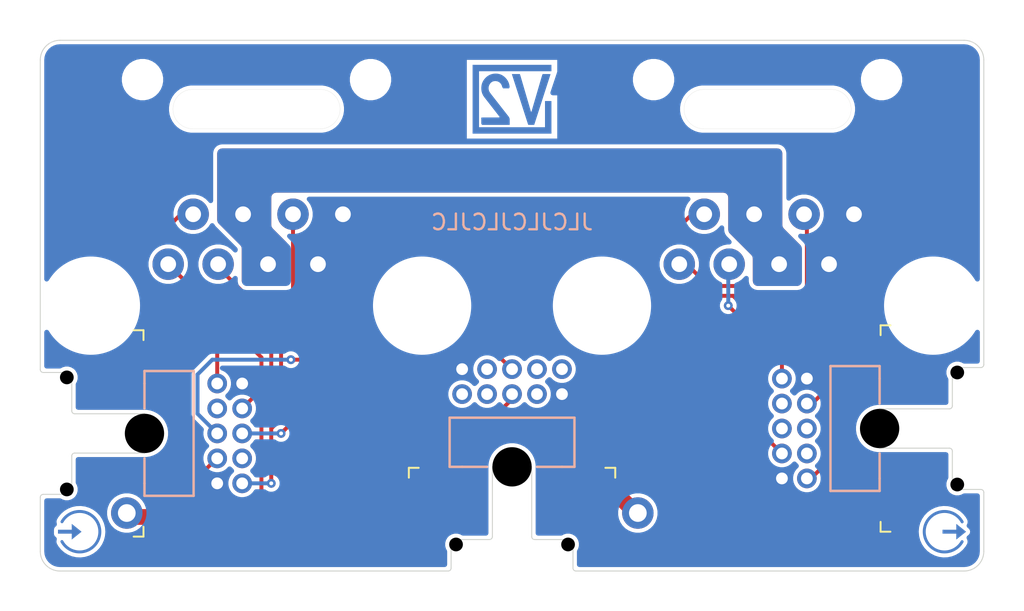
<source format=kicad_pcb>
(kicad_pcb (version 20241229) (generator "pcbnew") (generator_version "9.0")
  (title_block (date "2023-07-17") (rev "1"))
  (layers (0 "F.Cu" signal "Front") (2 "B.Cu" signal "Back") (13 "F.Paste" user) (5 "F.SilkS" user "F.Silkscreen") (7 "B.SilkS" user "B.Silkscreen") (1 "F.Mask" user) (3 "B.Mask" user) (25 "Edge.Cuts" user))
  (property "Order-Number" "JLCJLCJLCJLC")
  (net 0 "")
  (net 1 "GND")
  (net 2 "+24V")
  (net 3 "/Plug-RX-A")
  (net 4 "/Plug-TX-Z")
  (net 5 "/Plug-RX-B")
  (net 6 "/Plug-TX-Y")
  (net 7 "Earth")
  (net 8 "/Socket-RX-A")
  (net 9 "/Socket-RX-B")
  (net 10 "/Socket-TX-Z")
  (net 11 "/Socket-TX-Y")
  (net 12 "/USB+")
  (net 13 "/USB-")
  (footprint "V2_Connector_EtherCon:NE8FAV" (layer "F.Cu") (at 154 103.5)
    (property "Reference" "J102" (hide yes))
    (property "Value" "NE8FAV" (hide yes))
    (fp_line (start -3.25 -11) (end 3.25 -11) (stroke (width 0.01)) (layer "Edge.Cuts"))
    (fp_line (start 3.25 -9) (end -3.25 -9) (stroke (width 0.01)) (layer "Edge.Cuts"))
    (fp_arc (start -4.25 -10) (mid -3.957107 -10.707107) (end -3.25 -11) (stroke (width 0.01)) (layer "Edge.Cuts"))
    (fp_arc (start -3.25 -9) (mid -3.957107 -9.292894) (end -4.25 -10.000002) (stroke (width 0.01)) (layer "Edge.Cuts"))
    (fp_arc (start 3.25 -11) (mid 3.957107 -10.707107) (end 4.25 -10) (stroke (width 0.01)) (layer "Edge.Cuts"))
    (fp_arc (start 4.25 -10) (mid 3.957107 -9.292893) (end 3.25 -9) (stroke (width 0.01)) (layer "Edge.Cuts"))
    (pad "" np_thru_hole circle (at -8.425 0) (size 2 2) (drill 2) (layers "*.Cu" "*.Mask"))
    (pad "" np_thru_hole circle (at -5.8 -11.5) (size 1.7 1.7) (drill 1.7) (layers "*.Cu" "*.Mask"))
    (pad "" np_thru_hole circle (at 5.8 -11.5) (size 1.7 1.7) (drill 1.7) (layers "*.Cu" "*.Mask"))
    (pad "" np_thru_hole circle (at 8.425 0) (size 2 2) (drill 2) (layers "*.Cu" "*.Mask"))
    (pad "1" thru_hole circle (at -4.493288 -2.11 180) (size 1.6 1.6) (drill 0.8) (layers "*.Cu" "*.Mask") (net 8 "/Socket-RX-A"))
    (pad "2" thru_hole circle (at -3.223288 -4.65 180) (size 1.6 1.6) (drill 0.8) (layers "*.Cu" "*.Mask") (net 9 "/Socket-RX-B"))
    (pad "3" thru_hole circle (at -1.953288 -2.11 180) (size 1.6 1.6) (drill 0.8) (layers "*.Cu" "*.Mask") (net 11 "/Socket-TX-Y"))
    (pad "4" thru_hole circle (at -0.683288 -4.65 180) (size 1.6 1.6) (drill 0.8) (layers "*.Cu" "*.Mask") (net 2 "+24V"))
    (pad "5" thru_hole circle (at 0.586712 -2.11 180) (size 1.6 1.6) (drill 0.8) (layers "*.Cu" "*.Mask") (net 2 "+24V"))
    (pad "6" thru_hole circle (at 1.856712 -4.65 180) (size 1.6 1.6) (drill 0.8) (layers "*.Cu" "*.Mask") (net 10 "/Socket-TX-Z"))
    (pad "7" thru_hole circle (at 3.126712 -2.11 180) (size 1.6 1.6) (drill 0.8) (layers "*.Cu" "*.Mask") (net 1 "GND"))
    (pad "8" thru_hole circle (at 4.396712 -4.65 180) (size 1.6 1.6) (drill 0.8) (layers "*.Cu" "*.Mask") (net 1 "GND"))
    (pad "S" thru_hole circle (at -6.6 10.55 180) (size 1.6 1.6) (drill 0.9) (layers "*.Cu" "*.Mask") (net 7 "Earth"))
    (zone (net 0) (net_name "") (layers "F.Cu" "B.Cu") (connect_pads (clearance 0)) (min_thickness 0.25)
      (keepout (tracks allowed) (vias allowed) (pads allowed) (copperpour not_allowed) (footprints allowed))
      (fill (thermal_gap 0.5) (thermal_bridge_width 0.5))
      (polygon (pts (arc (start 143.075 103.5) (mid 148.075 103.5) (end 143.075 103.5))))
    )
    (zone (net 0) (net_name "") (layers "F.Cu" "B.Cu") (connect_pads (clearance 0)) (min_thickness 0.25)
      (keepout (tracks allowed) (vias allowed) (pads allowed) (copperpour not_allowed) (footprints allowed))
      (fill (thermal_gap 0.5) (thermal_bridge_width 0.5))
      (polygon (pts (arc (start 159.925 103.5) (mid 164.925 103.5) (end 159.925 103.5))))
    )
  )
  (footprint "V2_PCB_Devices:PCB_Plug_Horizontal" (layer "F.Cu") (at 126 110 90)
    (property "Reference" "PLUG101" (hide yes))
    (property "Value" "PCB_Plug_Horizontal" (hide yes))
    (fp_line (start 5.25 -3.75) (end 5.25 -4.25) (stroke (width 0.1)) (layer "F.SilkS"))
    (fp_line (start 5.25 -3.75) (end 4.75 -3.75) (stroke (width 0.1)) (layer "F.SilkS"))
    (fp_line (start -4.75 -3.75) (end -5.25 -3.75) (stroke (width 0.1)) (layer "F.SilkS"))
    (fp_line (start -5.25 -3.75) (end -5.25 -4.25) (stroke (width 0.1)) (layer "F.SilkS"))
    (fp_line (start -3.1 -8.85) (end -3.1 -7.4) (stroke (width 0.05)) (layer "Edge.Cuts"))
    (fp_line (start 3.1 -7.4) (end 3.1 -8.85) (stroke (width 0.05)) (layer "Edge.Cuts"))
    (fp_line (start 1.15 -7.4) (end 3.1 -7.4) (stroke (width 0.05)) (layer "Edge.Cuts"))
    (fp_line (start -3.1 -7.4) (end -1.15 -7.4) (stroke (width 0.05)) (layer "Edge.Cuts"))
    (fp_line (start -1 -7.25) (end -1 -3.7) (stroke (width 0.05)) (layer "Edge.Cuts"))
    (fp_line (start 1 -3.7) (end 1 -7.25) (stroke (width 0.05)) (layer "Edge.Cuts"))
    (fp_line (start -1 -3.7) (end 1 -3.7) (stroke (width 0.05)) (layer "Edge.Cuts"))
    (fp_arc (start -3.25 -9) (mid -3.143934 -8.956066) (end -3.1 -8.85) (stroke (width 0.05)) (layer "Edge.Cuts"))
    (fp_arc (start 3.1 -8.85) (mid 3.143934 -8.956066) (end 3.25 -9) (stroke (width 0.05)) (layer "Edge.Cuts"))
    (fp_arc (start -1.15 -7.4) (mid -1.043934 -7.356066) (end -1 -7.25) (stroke (width 0.05)) (layer "Edge.Cuts"))
    (fp_arc (start 1 -7.25) (mid 1.043934 -7.356066) (end 1.15 -7.4) (stroke (width 0.05)) (layer "Edge.Cuts"))
    (pad "" np_thru_hole circle (at -2.85 -7.65 90) (size 0.7 0.7) (drill 0.7) (layers "*.Mask"))
    (pad "" np_thru_hole circle (at 0 -3.7 90) (size 2 2) (drill 2) (layers "*.Mask"))
    (pad "" np_thru_hole circle (at 2.85 -7.65 90) (size 0.7 0.7) (drill 0.7) (layers "*.Mask"))
  )
  (footprint "V2_PCB_Devices:PCB_Plug_Horizontal" (layer "F.Cu") (at 141 108 180)
    (property "Reference" "PLUG102" (hide yes))
    (property "Value" "PCB_Plug_Horizontal" (hide yes))
    (fp_line (start 5.25 -3.75) (end 5.25 -4.25) (stroke (width 0.1)) (layer "F.SilkS"))
    (fp_line (start 5.25 -3.75) (end 4.75 -3.75) (stroke (width 0.1)) (layer "F.SilkS"))
    (fp_line (start -4.75 -3.75) (end -5.25 -3.75) (stroke (width 0.1)) (layer "F.SilkS"))
    (fp_line (start -5.25 -3.75) (end -5.25 -4.25) (stroke (width 0.1)) (layer "F.SilkS"))
    (fp_line (start 3.1 -7.4) (end 3.1 -8.85) (stroke (width 0.05)) (layer "Edge.Cuts"))
    (fp_line (start 1.15 -7.4) (end 3.1 -7.4) (stroke (width 0.05)) (layer "Edge.Cuts"))
    (fp_line (start 1 -3.7) (end 1 -7.25) (stroke (width 0.05)) (layer "Edge.Cuts"))
    (fp_line (start -1 -3.7) (end 1 -3.7) (stroke (width 0.05)) (layer "Edge.Cuts"))
    (fp_line (start -1 -7.25) (end -1 -3.7) (stroke (width 0.05)) (layer "Edge.Cuts"))
    (fp_line (start -3.1 -7.4) (end -1.15 -7.4) (stroke (width 0.05)) (layer "Edge.Cuts"))
    (fp_line (start -3.1 -8.85) (end -3.1 -7.4) (stroke (width 0.05)) (layer "Edge.Cuts"))
    (fp_arc (start 3.1 -8.85) (mid 3.143934 -8.956066) (end 3.25 -9) (stroke (width 0.05)) (layer "Edge.Cuts"))
    (fp_arc (start 1 -7.25) (mid 1.043934 -7.356066) (end 1.15 -7.4) (stroke (width 0.05)) (layer "Edge.Cuts"))
    (fp_arc (start -1.15 -7.4) (mid -1.043934 -7.356066) (end -1 -7.25) (stroke (width 0.05)) (layer "Edge.Cuts"))
    (fp_arc (start -3.25 -9) (mid -3.143934 -8.956066) (end -3.1 -8.85) (stroke (width 0.05)) (layer "Edge.Cuts"))
    (pad "" np_thru_hole circle (at -2.85 -7.65 180) (size 0.7 0.7) (drill 0.7) (layers "*.Mask"))
    (pad "" np_thru_hole circle (at 0 -3.7 180) (size 2 2) (drill 2) (layers "*.Mask"))
    (pad "" np_thru_hole circle (at 2.85 -7.65 180) (size 0.7 0.7) (drill 0.7) (layers "*.Mask"))
  )
  (footprint "V2_Connector_EtherCon:NE8FAV" (layer "F.Cu") (at 128 103.5)
    (property "Reference" "J101" (hide yes))
    (property "Value" "NE8FAV" (hide yes))
    (fp_line (start -3.25 -11) (end 3.25 -11) (stroke (width 0.01)) (layer "Edge.Cuts"))
    (fp_line (start 3.25 -9) (end -3.25 -9) (stroke (width 0.01)) (layer "Edge.Cuts"))
    (fp_arc (start -4.25 -10) (mid -3.957107 -10.707107) (end -3.25 -11) (stroke (width 0.01)) (layer "Edge.Cuts"))
    (fp_arc (start -3.25 -9) (mid -3.957107 -9.292894) (end -4.25 -10.000002) (stroke (width 0.01)) (layer "Edge.Cuts"))
    (fp_arc (start 3.25 -11) (mid 3.957107 -10.707107) (end 4.25 -10) (stroke (width 0.01)) (layer "Edge.Cuts"))
    (fp_arc (start 4.25 -10) (mid 3.957107 -9.292893) (end 3.25 -9) (stroke (width 0.01)) (layer "Edge.Cuts"))
    (pad "" np_thru_hole circle (at -8.425 0) (size 2 2) (drill 2) (layers "*.Cu" "*.Mask"))
    (pad "" np_thru_hole circle (at -5.8 -11.5) (size 1.7 1.7) (drill 1.7) (layers "*.Cu" "*.Mask"))
    (pad "" np_thru_hole circle (at 5.8 -11.5) (size 1.7 1.7) (drill 1.7) (layers "*.Cu" "*.Mask"))
    (pad "" np_thru_hole circle (at 8.425 0) (size 2 2) (drill 2) (layers "*.Cu" "*.Mask"))
    (pad "1" thru_hole circle (at -4.493288 -2.11 180) (size 1.6 1.6) (drill 0.8) (layers "*.Cu" "*.Mask") (net 6 "/Plug-TX-Y"))
    (pad "2" thru_hole circle (at -3.223288 -4.65 180) (size 1.6 1.6) (drill 0.8) (layers "*.Cu" "*.Mask") (net 4 "/Plug-TX-Z"))
    (pad "3" thru_hole circle (at -1.953288 -2.11 180) (size 1.6 1.6) (drill 0.8) (layers "*.Cu" "*.Mask") (net 3 "/Plug-RX-A"))
    (pad "4" thru_hole circle (at -0.683288 -4.65 180) (size 1.6 1.6) (drill 0.8) (layers "*.Cu" "*.Mask") (net 2 "+24V"))
    (pad "5" thru_hole circle (at 0.586712 -2.11 180) (size 1.6 1.6) (drill 0.8) (layers "*.Cu" "*.Mask") (net 2 "+24V"))
    (pad "6" thru_hole circle (at 1.856712 -4.65 180) (size 1.6 1.6) (drill 0.8) (layers "*.Cu" "*.Mask") (net 5 "/Plug-RX-B"))
    (pad "7" thru_hole circle (at 3.126712 -2.11 180) (size 1.6 1.6) (drill 0.8) (layers "*.Cu" "*.Mask") (net 1 "GND"))
    (pad "8" thru_hole circle (at 4.396712 -4.65 180) (size 1.6 1.6) (drill 0.8) (layers "*.Cu" "*.Mask") (net 1 "GND"))
    (pad "S" thru_hole circle (at -6.6 10.55 180) (size 1.6 1.6) (drill 0.9) (layers "*.Cu" "*.Mask") (net 7 "Earth"))
    (zone (net 0) (net_name "") (layers "F.Cu" "B.Cu") (connect_pads (clearance 0)) (min_thickness 0.25)
      (keepout (tracks allowed) (vias allowed) (pads allowed) (copperpour not_allowed) (footprints allowed))
      (fill (thermal_gap 0.5) (thermal_bridge_width 0.5))
      (polygon (pts (arc (start 117.075 103.5) (mid 122.075 103.5) (end 117.075 103.5))))
    )
    (zone (net 0) (net_name "") (layers "F.Cu" "B.Cu") (connect_pads (clearance 0)) (min_thickness 0.25)
      (keepout (tracks allowed) (vias allowed) (pads allowed) (copperpour not_allowed) (footprints allowed))
      (fill (thermal_gap 0.5) (thermal_bridge_width 0.5))
      (polygon (pts (arc (start 133.925 103.5) (mid 138.925 103.5) (end 133.925 103.5))))
    )
  )
  (footprint "V2_PCB_Devices:PCB_Plug_Horizontal" (layer "F.Cu") (at 156 109.75 -90)
    (property "Reference" "PLUG103" (hide yes))
    (property "Value" "PCB_Plug_Horizontal" (hide yes))
    (fp_line (start -5.25 -3.75) (end -5.25 -4.25) (stroke (width 0.1)) (layer "F.SilkS"))
    (fp_line (start -4.75 -3.75) (end -5.25 -3.75) (stroke (width 0.1)) (layer "F.SilkS"))
    (fp_line (start 5.25 -3.75) (end 4.75 -3.75) (stroke (width 0.1)) (layer "F.SilkS"))
    (fp_line (start 5.25 -3.75) (end 5.25 -4.25) (stroke (width 0.1)) (layer "F.SilkS"))
    (fp_line (start -1 -3.7) (end 1 -3.7) (stroke (width 0.05)) (layer "Edge.Cuts"))
    (fp_line (start 1 -3.7) (end 1 -7.25) (stroke (width 0.05)) (layer "Edge.Cuts"))
    (fp_line (start -1 -7.25) (end -1 -3.7) (stroke (width 0.05)) (layer "Edge.Cuts"))
    (fp_line (start -3.1 -7.4) (end -1.15 -7.4) (stroke (width 0.05)) (layer "Edge.Cuts"))
    (fp_line (start 1.15 -7.4) (end 3.1 -7.4) (stroke (width 0.05)) (layer "Edge.Cuts"))
    (fp_line (start 3.1 -7.4) (end 3.1 -8.85) (stroke (width 0.05)) (layer "Edge.Cuts"))
    (fp_line (start -3.1 -8.85) (end -3.1 -7.4) (stroke (width 0.05)) (layer "Edge.Cuts"))
    (fp_arc (start 1 -7.25) (mid 1.043934 -7.356066) (end 1.15 -7.4) (stroke (width 0.05)) (layer "Edge.Cuts"))
    (fp_arc (start -1.15 -7.4) (mid -1.043934 -7.356066) (end -1 -7.25) (stroke (width 0.05)) (layer "Edge.Cuts"))
    (fp_arc (start 3.1 -8.85) (mid 3.143934 -8.956066) (end 3.25 -9) (stroke (width 0.05)) (layer "Edge.Cuts"))
    (fp_arc (start -3.25 -9) (mid -3.143934 -8.956066) (end -3.1 -8.85) (stroke (width 0.05)) (layer "Edge.Cuts"))
    (pad "" np_thru_hole circle (at -2.85 -7.65 270) (size 0.7 0.7) (drill 0.7) (layers "*.Mask"))
    (pad "" np_thru_hole circle (at 0 -3.7 270) (size 2 2) (drill 2) (layers "*.Mask"))
    (pad "" np_thru_hole circle (at 2.85 -7.65 270) (size 0.7 0.7) (drill 0.7) (layers "*.Mask"))
  )
  (footprint "V2_Connector_Header_1.27mm:PinHeader_2x05_P1.27mm_Horizontal" (layer "B.Cu") (at 141 108)
    (property "Reference" "J104" (hide yes))
    (property "Value" "2x05_Horizontal" (hide yes))
    (fp_line (start -3.175 1.2) (end -3.175 3.7) (stroke (width 0.127)) (layer "B.SilkS"))
    (fp_line (start -3.175 3.7) (end -2.54 3.7) (stroke (width 0.127)) (layer "B.SilkS"))
    (fp_line (start -2.54 3.7) (end -1.27 3.7) (stroke (width 0.127)) (layer "B.SilkS"))
    (fp_line (start 1.27 3.7) (end 2.54 3.7) (stroke (width 0.127)) (layer "B.SilkS"))
    (fp_line (start 2.54 3.7) (end 3.175 3.7) (stroke (width 0.127)) (layer "B.SilkS"))
    (fp_line (start 3.175 1.2) (end -3.175 1.2) (stroke (width 0.127)) (layer "B.SilkS"))
    (fp_line (start 3.175 3.7) (end 3.175 1.2) (stroke (width 0.127)) (layer "B.SilkS"))
    (pad "1" thru_hole circle (at 2.54 0 270) (size 1 1) (drill 0.6) (layers "*.Cu" "*.Mask") (net 1 "GND"))
    (pad "2" thru_hole circle (at 2.54 -1.27 270) (size 1 1) (drill 0.6) (layers "*.Cu" "*.Mask"))
    (pad "3" thru_hole circle (at 1.27 0 270) (size 1 1) (drill 0.6) (layers "*.Cu" "*.Mask"))
    (pad "4" thru_hole circle (at 1.27 -1.27 270) (size 1 1) (drill 0.6) (layers "*.Cu" "*.Mask"))
    (pad "5" thru_hole circle (at 0 0 270) (size 1 1) (drill 0.6) (layers "*.Cu" "*.Mask") (net 12 "/USB+"))
    (pad "6" thru_hole circle (at 0 -1.27 270) (size 1 1) (drill 0.6) (layers "*.Cu" "*.Mask") (net 13 "/USB-"))
    (pad "7" thru_hole circle (at -1.27 0 270) (size 1 1) (drill 0.6) (layers "*.Cu" "*.Mask"))
    (pad "8" thru_hole circle (at -1.27 -1.27 270) (size 1 1) (drill 0.6) (layers "*.Cu" "*.Mask"))
    (pad "9" thru_hole circle (at -2.54 0 270) (size 1 1) (drill 0.6) (layers "*.Cu" "*.Mask"))
    (pad "10" thru_hole circle (at -2.54 -1.27 270) (size 1 1) (drill 0.6) (layers "*.Cu" "*.Mask") (net 1 "GND"))
  )
  (footprint "V2_Artwork:Arrow_In" (layer "B.Cu") (at 119 115)
    (property "Reference" "ICON102" (hide yes))
    (property "Value" "Arrow_In" (hide yes))
    (fp_arc (start -0.896569 -0.506127) (mid 1.029557 0.003511) (end -0.9 0.5) (stroke (width 0.15)) (layer "B.Cu"))
    (fp_poly (pts (xy -1.1 0.1) (xy -1.1 -0.1) (xy -0.4 -0.1) (xy -0.4 -0.4) (xy 0.1 0) (xy -0.4 0.4) (xy -0.4 0.1)) (fill yes) (layer "B.Cu"))
  )
  (footprint "V2_Production:Order_Number" (layer "B.Cu") (at 141 99.25 180)
    (property "Reference" "INFO101" (hide yes))
    (property "Value" "ORDER-NUMBER" (hide yes))
    (fp_text user "${Order-Number}" (at 0 0 0) (layer "B.SilkS") (effects (font (size 0.8 0.8) (thickness 0.12)) (justify mirror)))
  )
  (footprint "V2_Connector_Header_1.27mm:PinHeader_2x05_P1.27mm_Horizontal" (layer "B.Cu") (at 156 109.75 90)
    (property "Reference" "J105" (hide yes))
    (property "Value" "2x05_Horizontal" (hide yes))
    (fp_line (start 3.175 1.2) (end -3.175 1.2) (stroke (width 0.127)) (layer "B.SilkS"))
    (fp_line (start -3.175 1.2) (end -3.175 3.7) (stroke (width 0.127)) (layer "B.SilkS"))
    (fp_line (start 3.175 3.7) (end 3.175 1.2) (stroke (width 0.127)) (layer "B.SilkS"))
    (fp_line (start 2.54 3.7) (end 3.175 3.7) (stroke (width 0.127)) (layer "B.SilkS"))
    (fp_line (start 1.27 3.7) (end 2.54 3.7) (stroke (width 0.127)) (layer "B.SilkS"))
    (fp_line (start -2.54 3.7) (end -1.27 3.7) (stroke (width 0.127)) (layer "B.SilkS"))
    (fp_line (start -3.175 3.7) (end -2.54 3.7) (stroke (width 0.127)) (layer "B.SilkS"))
    (pad "1" thru_hole circle (at 2.54 0) (size 1 1) (drill 0.6) (layers "*.Cu" "*.Mask") (net 1 "GND"))
    (pad "2" thru_hole circle (at 2.54 -1.27) (size 1 1) (drill 0.6) (layers "*.Cu" "*.Mask") (net 9 "/Socket-RX-B"))
    (pad "3" thru_hole circle (at 1.27 0) (size 1 1) (drill 0.6) (layers "*.Cu" "*.Mask") (net 8 "/Socket-RX-A"))
    (pad "4" thru_hole circle (at 1.27 -1.27) (size 1 1) (drill 0.6) (layers "*.Cu" "*.Mask"))
    (pad "5" thru_hole circle (at 0 0) (size 1 1) (drill 0.6) (layers "*.Cu" "*.Mask"))
    (pad "6" thru_hole circle (at 0 -1.27) (size 1 1) (drill 0.6) (layers "*.Cu" "*.Mask"))
    (pad "7" thru_hole circle (at -1.27 0) (size 1 1) (drill 0.6) (layers "*.Cu" "*.Mask"))
    (pad "8" thru_hole circle (at -1.27 -1.27) (size 1 1) (drill 0.6) (layers "*.Cu" "*.Mask") (net 11 "/Socket-TX-Y"))
    (pad "9" thru_hole circle (at -2.54 0) (size 1 1) (drill 0.6) (layers "*.Cu" "*.Mask") (net 10 "/Socket-TX-Z"))
    (pad "10" thru_hole circle (at -2.54 -1.27) (size 1 1) (drill 0.6) (layers "*.Cu" "*.Mask") (net 1 "GND"))
  )
  (footprint "V2_Connector_Header_1.27mm:PinHeader_2x05_P1.27mm_Horizontal" (layer "B.Cu") (at 126 110 -90)
    (property "Reference" "J103" (hide yes))
    (property "Value" "2x05_Horizontal" (hide yes))
    (fp_line (start -3.175 3.7) (end -2.54 3.7) (stroke (width 0.127)) (layer "B.SilkS"))
    (fp_line (start -2.54 3.7) (end -1.27 3.7) (stroke (width 0.127)) (layer "B.SilkS"))
    (fp_line (start 1.27 3.7) (end 2.54 3.7) (stroke (width 0.127)) (layer "B.SilkS"))
    (fp_line (start 2.54 3.7) (end 3.175 3.7) (stroke (width 0.127)) (layer "B.SilkS"))
    (fp_line (start 3.175 3.7) (end 3.175 1.2) (stroke (width 0.127)) (layer "B.SilkS"))
    (fp_line (start -3.175 1.2) (end -3.175 3.7) (stroke (width 0.127)) (layer "B.SilkS"))
    (fp_line (start 3.175 1.2) (end -3.175 1.2) (stroke (width 0.127)) (layer "B.SilkS"))
    (pad "1" thru_hole circle (at 2.54 0 180) (size 1 1) (drill 0.6) (layers "*.Cu" "*.Mask") (net 1 "GND"))
    (pad "2" thru_hole circle (at 2.54 -1.27 180) (size 1 1) (drill 0.6) (layers "*.Cu" "*.Mask") (net 5 "/Plug-RX-B"))
    (pad "3" thru_hole circle (at 1.27 0 180) (size 1 1) (drill 0.6) (layers "*.Cu" "*.Mask") (net 3 "/Plug-RX-A"))
    (pad "4" thru_hole circle (at 1.27 -1.27 180) (size 1 1) (drill 0.6) (layers "*.Cu" "*.Mask"))
    (pad "5" thru_hole circle (at 0 0 180) (size 1 1) (drill 0.6) (layers "*.Cu" "*.Mask") (net 13 "/USB-"))
    (pad "6" thru_hole circle (at 0 -1.27 180) (size 1 1) (drill 0.6) (layers "*.Cu" "*.Mask") (net 12 "/USB+"))
    (pad "7" thru_hole circle (at -1.27 0 180) (size 1 1) (drill 0.6) (layers "*.Cu" "*.Mask"))
    (pad "8" thru_hole circle (at -1.27 -1.27 180) (size 1 1) (drill 0.6) (layers "*.Cu" "*.Mask") (net 6 "/Plug-TX-Y"))
    (pad "9" thru_hole circle (at -2.54 0 180) (size 1 1) (drill 0.6) (layers "*.Cu" "*.Mask") (net 4 "/Plug-TX-Z"))
    (pad "10" thru_hole circle (at -2.54 -1.27 180) (size 1 1) (drill 0.6) (layers "*.Cu" "*.Mask") (net 1 "GND"))
  )
  (footprint "V2_Artwork:Arrow_Out" (layer "B.Cu") (at 163 115)
    (property "Reference" "ICON103" (hide yes))
    (property "Value" "Arrow_Out" (hide yes))
    (fp_arc (start 0.896569 0.506127) (mid -1.029557 -0.003511) (end 0.9 -0.5) (stroke (width 0.15)) (layer "B.Cu"))
    (fp_poly (pts (xy -0.1 0.1) (xy -0.1 -0.1) (xy 0.6 -0.1) (xy 0.6 -0.4) (xy 1.1 0) (xy 0.6 0.4) (xy 0.6 0.1)) (fill yes) (layer "B.Cu"))
  )
  (footprint "V2_Artwork:Logo_Small" (layer "B.Cu") (at 141 93 180)
    (property "Reference" "ICON101" (hide yes))
    (property "Value" "V2-logo" (hide yes))
    (fp_poly (pts (xy 2.006758 -1.750057) (xy -2.003742 -1.750057) (xy -2.003742 -0.089057) (xy -1.676242 -0.089057) (xy -1.676242 -1.422557) (xy 1.679258 -1.422557) (xy 1.679258 1.424943) (xy -2.003742 1.424943) (xy -2.003742 1.752443) (xy 2.006758 1.752443)) (fill yes) (layer "B.Cu"))
    (fp_poly (pts (xy -1.520919 1.190765) (xy -0.987877 -0.632379) (xy -0.96229 -0.63477) (xy -0.429473 1.187605) (xy -0.397658 1.28383) (xy -0.093581 1.28383) (xy 0.011405 1.282303) (xy -0.821464 -1.300873) (xy -0.922973 -1.304044) (xy -1.126979 -1.304044) (xy -1.959811 1.279026) (xy -1.859182 1.28383) (xy -1.55515 1.28383)) (fill yes) (layer "B.Cu"))
    (fp_poly (pts (xy 0.959179 1.296323) (xy 1.057102 1.27333) (xy 1.15069 1.236367) (xy 1.237701 1.18584) (xy 1.316459 1.12329) (xy 1.386544 1.051192) (xy 1.4473 0.971068) (xy 1.496526 0.883341) (xy 1.532676 0.789459) (xy 1.555226 0.691443) (xy 1.564714 0.591354) (xy 1.562302 0.490861) (xy 1.547686 0.391375) (xy 1.519699 0.294757) (xy 1.477977 0.203204) (xy 1.423428 0.118825) (xy 0.62811 -0.902367) (xy 0.666211 -0.926016) (xy 1.464718 -0.926016) (xy 1.565211 -0.930611) (xy 1.565211 -1.236646) (xy 1.526846 -1.304028) (xy 0.119258 -1.304044) (xy 0.119258 -0.998218) (xy 0.152529 -0.907926) (xy 1.075862 0.274673) (xy 1.135011 0.354575) (xy 1.177602 0.443372) (xy 1.194922 0.540328) (xy 1.188525 0.63852) (xy 1.156173 0.731429) (xy 1.102154 0.813814) (xy 1.029408 0.879553) (xy 0.93915 0.917434) (xy 0.841313 0.926822) (xy 0.744269 0.911115) (xy 0.655699 0.868697) (xy 0.582012 0.803671) (xy 0.529159 0.720807) (xy 0.499075 0.625849) (xy 0.458111 0.553721) (xy 0.151905 0.553721) (xy 0.122138 0.626978) (xy 0.136522 0.727544) (xy 0.163539 0.824426) (xy 0.203793 0.916615) (xy 0.256664 1.002191) (xy 0.320597 1.07979) (xy 0.393413 1.149125) (xy 0.474729 1.208346) (xy 0.563921 1.254958) (xy 0.65936 1.286951) (xy 0.758577 1.303726) (xy 0.859118 1.306199)) (fill yes) (layer "B.Cu"))
    (zone (net 0) (net_name "") (layer "B.Cu") (connect_pads (clearance 0)) (min_thickness 0.254)
      (keepout (tracks not_allowed) (vias not_allowed) (pads not_allowed) (copperpour not_allowed) (footprints allowed))
      (fill (thermal_gap 0.508) (thermal_bridge_width 0.508))
      (polygon (pts (xy 143.3 95) (xy 138.7 95) (xy 138.7 90.995) (xy 143.3 90.995) (xy 143.3 91.6) (xy 142.9 92.8) (xy 143.3 92.8)))
    )
  )
  (gr_line (start 144.25 117) (end 164 117) (stroke (width 0.05)) (layer "Edge.Cuts"))
  (gr_line (start 117 113.25) (end 117 116) (stroke (width 0.05)) (layer "Edge.Cuts"))
  (gr_line (start 117 91) (end 117 106.75) (stroke (width 0.05)) (layer "Edge.Cuts"))
  (gr_line (start 118 90) (end 164 90) (stroke (width 0.05)) (layer "Edge.Cuts"))
  (gr_line (start 165 113) (end 165 116) (stroke (width 0.05)) (layer "Edge.Cuts"))
  (gr_line (start 165 91) (end 165 106.5) (stroke (width 0.05)) (layer "Edge.Cuts"))
  (gr_arc (start 118 117) (mid 117.292893 116.707107) (end 117 116) (stroke (width 0.05)) (layer "Edge.Cuts"))
  (gr_arc (start 165 116) (mid 164.707107 116.707107) (end 164 117) (stroke (width 0.05)) (layer "Edge.Cuts"))
  (gr_arc (start 117 91) (mid 117.292893 90.292893) (end 118 90) (stroke (width 0.05)) (layer "Edge.Cuts"))
  (gr_arc (start 164 90) (mid 164.707107 90.292893) (end 165 91) (stroke (width 0.05)) (layer "Edge.Cuts"))
  (gr_line (start 118 117) (end 137.75 117) (stroke (width 0.05)) (layer "Edge.Cuts"))
  (segment (start 128.25 112.875) (end 127.625 113.5) (width 0.2) (layer "F.Cu") (net 3))
  (segment (start 126.046712 101.546712) (end 128.75 104.25) (width 0.2) (layer "F.Cu") (net 3))
  (segment (start 126.046712 101.39) (end 126.046712 101.546712) (width 0.2) (layer "F.Cu") (net 3))
  (segment (start 128.25 109.5) (end 128.25 112.875) (width 0.2) (layer "F.Cu") (net 3))
  (segment (start 128.75 104.25) (end 128.75 109) (width 0.2) (layer "F.Cu") (net 3))
  (segment (start 127.625 113.5) (end 125.5 113.5) (width 0.2) (layer "F.Cu") (net 3))
  (segment (start 125.5 113.5) (end 125 113) (width 0.2) (layer "F.Cu") (net 3))
  (segment (start 125 112.25) (end 125.98 111.27) (width 0.2) (layer "F.Cu") (net 3))
  (segment (start 125.98 111.27) (end 126 111.27) (width 0.2) (layer "F.Cu") (net 3))
  (segment (start 125 113) (end 125 112.25) (width 0.2) (layer "F.Cu") (net 3))
  (segment (start 128.75 109) (end 128.25 109.5) (width 0.2) (layer "F.Cu") (net 3))
  (segment (start 126 105.75) (end 122.25 102) (width 0.2) (layer "F.Cu") (net 4))
  (segment (start 126 107.46) (end 126 105.75) (width 0.2) (layer "F.Cu") (net 4))
  (segment (start 124.15 98.85) (end 124.776712 98.85) (width 0.2) (layer "F.Cu") (net 4))
  (segment (start 122.25 100.75) (end 124.15 98.85) (width 0.2) (layer "F.Cu") (net 4))
  (segment (start 122.25 102) (end 122.25 100.75) (width 0.2) (layer "F.Cu") (net 4))
  (segment (start 128.75 109.75) (end 129.25 109.25) (width 0.2) (layer "F.Cu") (net 5))
  (segment (start 129.856712 102.893288) (end 129.856712 98.85) (width 0.2) (layer "F.Cu") (net 5))
  (segment (start 128.75 112.54) (end 128.75 109.75) (width 0.2) (layer "F.Cu") (net 5))
  (segment (start 129.25 103.5) (end 129.856712 102.893288) (width 0.2) (layer "F.Cu") (net 5))
  (segment (start 129.75 98.956712) (end 129.856712 98.85) (width 0.2) (layer "F.Cu") (net 5))
  (segment (start 129.25 109.25) (end 129.25 103.5) (width 0.2) (layer "F.Cu") (net 5))
  (via (at 128.75 112.54) (size 0.45) (drill 0.2) (layers "F.Cu" "B.Cu") (net 5))
  (segment (start 128.75 112.54) (end 127.27 112.54) (width 0.2) (layer "B.Cu") (net 5))
  (segment (start 128.25 106.133288) (end 123.506712 101.39) (width 0.2) (layer "F.Cu") (net 6))
  (segment (start 127.27 108.73) (end 128.25 107.75) (width 0.2) (layer "F.Cu") (net 6))
  (segment (start 128.25 107.75) (end 128.25 106.133288) (width 0.2) (layer "F.Cu") (net 6))
  (segment (start 133.25 110) (end 143.25 110) (width 0.8) (layer "F.Cu") (net 7))
  (segment (start 143.25 110) (end 147.3 114.05) (width 0.8) (layer "F.Cu") (net 7))
  (segment (start 147.3 114.05) (end 147.4 114.05) (width 0.8) (layer "F.Cu") (net 7))
  (segment (start 121.4 114.05) (end 121.4 114.15) (width 0.8) (layer "F.Cu") (net 7))
  (segment (start 129 114.25) (end 133.25 110) (width 0.8) (layer "F.Cu") (net 7))
  (segment (start 121.4 114.15) (end 121.5 114.25) (width 0.8) (layer "F.Cu") (net 7))
  (segment (start 121.5 114.25) (end 129 114.25) (width 0.8) (layer "F.Cu") (net 7))
  (segment (start 152.5 102.5) (end 151 102.5) (width 0.2) (layer "F.Cu") (net 8))
  (segment (start 157 107) (end 152.5 102.5) (width 0.2) (layer "F.Cu") (net 8))
  (segment (start 149.89 101.39) (end 149.506712 101.39) (width 0.2) (layer "F.Cu") (net 8))
  (segment (start 157 107.75) (end 157 107) (width 0.2) (layer "F.Cu") (net 8))
  (segment (start 156.27 108.48) (end 157 107.75) (width 0.2) (layer "F.Cu") (net 8))
  (segment (start 156 108.48) (end 156.27 108.48) (width 0.2) (layer "F.Cu") (net 8))
  (segment (start 151 102.5) (end 149.89 101.39) (width 0.2) (layer "F.Cu") (net 8))
  (segment (start 154.73 105.48) (end 154.73 107.21) (width 0.2) (layer "F.Cu") (net 9))
  (segment (start 148.25 102) (end 149.25 103) (width 0.2) (layer "F.Cu") (net 9))
  (segment (start 152.25 103) (end 154.73 105.48) (width 0.2) (layer "F.Cu") (net 9))
  (segment (start 150.776712 98.85) (end 150.15 98.85) (width 0.2) (layer "F.Cu") (net 9))
  (segment (start 150.15 98.85) (end 148.25 100.75) (width 0.2) (layer "F.Cu") (net 9))
  (segment (start 149.25 103) (end 152.25 103) (width 0.2) (layer "F.Cu") (net 9))
  (segment (start 148.25 100.75) (end 148.25 102) (width 0.2) (layer "F.Cu") (net 9))
  (segment (start 156 98.993288) (end 156 105.25) (width 0.2) (layer "F.Cu") (net 10))
  (segment (start 157.5 111) (end 156.21 112.29) (width 0.2) (layer "F.Cu") (net 10))
  (segment (start 156 105.25) (end 157.5 106.75) (width 0.2) (layer "F.Cu") (net 10))
  (segment (start 157.5 106.75) (end 157.5 111) (width 0.2) (layer "F.Cu") (net 10))
  (segment (start 156.21 112.29) (end 156 112.29) (width 0.2) (layer "F.Cu") (net 10))
  (segment (start 155.856712 98.85) (end 156 98.993288) (width 0.2) (layer "F.Cu") (net 10))
  (segment (start 153.75 110.04) (end 154.73 111.02) (width 0.2) (layer "F.Cu") (net 11))
  (segment (start 153.75 105.25) (end 153.75 110.04) (width 0.2) (layer "F.Cu") (net 11))
  (segment (start 152 103.5) (end 153.75 105.25) (width 0.2) (layer "F.Cu") (net 11))
  (via (at 152 103.5) (size 0.45) (drill 0.2) (layers "F.Cu" "B.Cu") (net 11))
  (segment (start 152 101.436712) (end 152.046712 101.39) (width 0.2) (layer "B.Cu") (net 11))
  (segment (start 152 103.5) (end 152 101.436712) (width 0.2) (layer "B.Cu") (net 11))
  (segment (start 130.25 109) (end 140.25 109) (width 0.2) (layer "F.Cu") (net 12))
  (segment (start 141 108.25) (end 141 108) (width 0.2) (layer "F.Cu") (net 12))
  (segment (start 129.25 110) (end 130.25 109) (width 0.2) (layer "F.Cu") (net 12))
  (segment (start 140.25 109) (end 141 108.25) (width 0.2) (layer "F.Cu") (net 12))
  (via (at 129.25 110) (size 0.45) (drill 0.2) (layers "F.Cu" "B.Cu") (net 12))
  (segment (start 129.25 110) (end 127.27 110) (width 0.2) (layer "B.Cu") (net 12))
  (segment (start 129.75 106.25) (end 137.75 106.25) (width 0.2) (layer "F.Cu") (net 13))
  (segment (start 137.75 106.25) (end 138.25 105.75) (width 0.2) (layer "F.Cu") (net 13))
  (segment (start 140.98 106.73) (end 141 106.73) (width 0.2) (layer "F.Cu") (net 13))
  (segment (start 140 105.75) (end 140.98 106.73) (width 0.2) (layer "F.Cu") (net 13))
  (segment (start 138.25 105.75) (end 140 105.75) (width 0.2) (layer "F.Cu") (net 13))
  (via (at 129.75 106.25) (size 0.45) (drill 0.2) (layers "F.Cu" "B.Cu") (net 13))
  (segment (start 141 106.5) (end 141 106.73) (width 0.2) (layer "B.Cu") (net 13))
  (segment (start 125.75 106.25) (end 125 107) (width 0.2) (layer "B.Cu") (net 13))
  (segment (start 129.75 106.25) (end 125.75 106.25) (width 0.2) (layer "B.Cu") (net 13))
  (segment (start 125 109) (end 126 110) (width 0.2) (layer "B.Cu") (net 13))
  (segment (start 125 107) (end 125 109) (width 0.2) (layer "B.Cu") (net 13))
  (zone (net 2) (net_name "+24V") (layers "F.Cu" "B.Cu") (priority 1) (connect_pads yes (clearance 0.2)) (min_thickness 0.25) (fill yes (thermal_gap 0.5) (thermal_bridge_width 0.5) (smoothing fillet) (radius 0.25))
    (polygon (pts (xy 155.75 102.5) (xy 153.25 102.5) (xy 153.25 101) (xy 152 99.75) (xy 152 97.75) (xy 128.75 97.75) (xy 128.75 99.5) (xy 129.75 100.5) (xy 129.75 102.5) (xy 127.25 102.5) (xy 127.25 100.5) (xy 126 99.25) (xy 126 95.5) (xy 154.75 95.5) (xy 154.75 99.5) (xy 155.75 100.5)))
  )
  (zone (net 1) (net_name "GND") (layer "B.Cu") (connect_pads yes (clearance 0.2)) (min_thickness 0.25) (fill yes (thermal_gap 0.5) (thermal_bridge_width 0.5) (smoothing fillet) (radius 1))
    (polygon (pts (xy 165 90) (xy 117 90) (xy 117 117) (xy 165 117)))
  )
)
</source>
